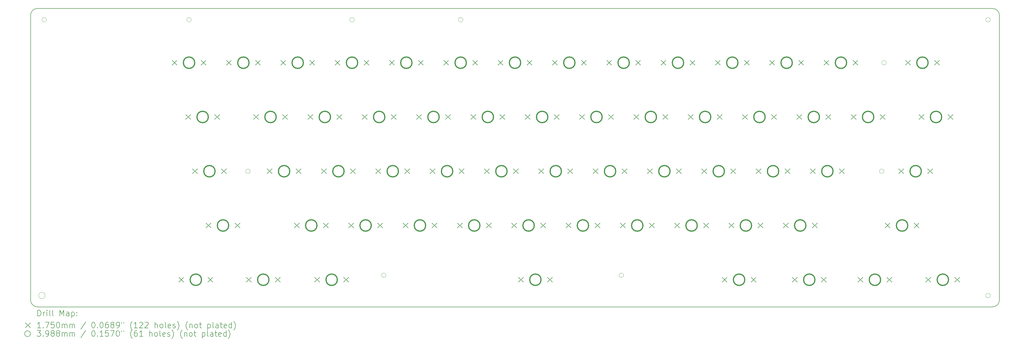
<source format=gbr>
%TF.GenerationSoftware,KiCad,Pcbnew,(6.0.9)*%
%TF.CreationDate,2023-03-10T16:35:44-06:00*%
%TF.ProjectId,BasePCB,42617365-5043-4422-9e6b-696361645f70,rev?*%
%TF.SameCoordinates,Original*%
%TF.FileFunction,Drillmap*%
%TF.FilePolarity,Positive*%
%FSLAX45Y45*%
G04 Gerber Fmt 4.5, Leading zero omitted, Abs format (unit mm)*
G04 Created by KiCad (PCBNEW (6.0.9)) date 2023-03-10 16:35:44*
%MOMM*%
%LPD*%
G01*
G04 APERTURE LIST*
%ADD10C,0.150000*%
%ADD11C,0.100000*%
%ADD12C,0.200000*%
%ADD13C,0.175000*%
%ADD14C,0.398780*%
G04 APERTURE END LIST*
D10*
X-15398750Y4524375D02*
X-15398750Y14525625D01*
D11*
X-2936875Y5397500D02*
G75*
G03*
X-2936875Y5397500I-79375J0D01*
G01*
D10*
X18335625Y4286250D02*
G75*
G03*
X18573750Y4524375I-5J238130D01*
G01*
X18573750Y14525625D02*
G75*
G03*
X18335625Y14763750I-238130J-5D01*
G01*
D11*
X-14843125Y14366875D02*
G75*
G03*
X-14843125Y14366875I-79375J0D01*
G01*
D10*
X18335625Y4286250D02*
X-15160625Y4286250D01*
X-15398750Y4524375D02*
G75*
G03*
X-15160625Y4286250I238125J0D01*
G01*
X18335625Y14763750D02*
X-15160625Y14763750D01*
D11*
X5397500Y5397500D02*
G75*
G03*
X5397500Y5397500I-79375J0D01*
G01*
X-4048125Y14366875D02*
G75*
G03*
X-4048125Y14366875I-79375J0D01*
G01*
X18256250Y4683125D02*
G75*
G03*
X18256250Y4683125I-79375J0D01*
G01*
X18176875Y4683125D02*
G75*
G03*
X18176875Y4683125I0J0D01*
G01*
X-9763125Y14366875D02*
G75*
G03*
X-9763125Y14366875I-79375J0D01*
G01*
X14525625Y9048750D02*
G75*
G03*
X14525625Y9048750I-79375J0D01*
G01*
D10*
X-15160625Y14763750D02*
G75*
G03*
X-15398750Y14525625I0J-238125D01*
G01*
X18573750Y4524375D02*
X18573750Y14525625D01*
D11*
X-238125Y14366875D02*
G75*
G03*
X-238125Y14366875I-79375J0D01*
G01*
X14605000Y12858750D02*
G75*
G03*
X14605000Y12858750I-79375J0D01*
G01*
X-14889622Y4683125D02*
G75*
G03*
X-14889622Y4683125I-112253J0D01*
G01*
X18256250Y14366875D02*
G75*
G03*
X18256250Y14366875I-79375J0D01*
G01*
X-7699375Y9048750D02*
G75*
G03*
X-7699375Y9048750I-79375J0D01*
G01*
D12*
D13*
X-10438000Y12946250D02*
X-10263000Y12771250D01*
X-10263000Y12946250D02*
X-10438000Y12771250D01*
X-10199875Y5326250D02*
X-10024875Y5151250D01*
X-10024875Y5326250D02*
X-10199875Y5151250D01*
X-9961750Y11041250D02*
X-9786750Y10866250D01*
X-9786750Y11041250D02*
X-9961750Y10866250D01*
X-9723625Y9136250D02*
X-9548625Y8961250D01*
X-9548625Y9136250D02*
X-9723625Y8961250D01*
X-9422000Y12946250D02*
X-9247000Y12771250D01*
X-9247000Y12946250D02*
X-9422000Y12771250D01*
X-9247375Y7231250D02*
X-9072375Y7056250D01*
X-9072375Y7231250D02*
X-9247375Y7056250D01*
X-9183875Y5326250D02*
X-9008875Y5151250D01*
X-9008875Y5326250D02*
X-9183875Y5151250D01*
X-8945750Y11041250D02*
X-8770750Y10866250D01*
X-8770750Y11041250D02*
X-8945750Y10866250D01*
X-8707625Y9136250D02*
X-8532625Y8961250D01*
X-8532625Y9136250D02*
X-8707625Y8961250D01*
X-8533000Y12946250D02*
X-8358000Y12771250D01*
X-8358000Y12946250D02*
X-8533000Y12771250D01*
X-8231375Y7231250D02*
X-8056375Y7056250D01*
X-8056375Y7231250D02*
X-8231375Y7056250D01*
X-7834500Y5326250D02*
X-7659500Y5151250D01*
X-7659500Y5326250D02*
X-7834500Y5151250D01*
X-7580500Y11041250D02*
X-7405500Y10866250D01*
X-7405500Y11041250D02*
X-7580500Y10866250D01*
X-7517000Y12946250D02*
X-7342000Y12771250D01*
X-7342000Y12946250D02*
X-7517000Y12771250D01*
X-7104250Y9136250D02*
X-6929250Y8961250D01*
X-6929250Y9136250D02*
X-7104250Y8961250D01*
X-6818500Y5326250D02*
X-6643500Y5151250D01*
X-6643500Y5326250D02*
X-6818500Y5151250D01*
X-6628000Y12946250D02*
X-6453000Y12771250D01*
X-6453000Y12946250D02*
X-6628000Y12771250D01*
X-6564500Y11041250D02*
X-6389500Y10866250D01*
X-6389500Y11041250D02*
X-6564500Y10866250D01*
X-6151750Y7231250D02*
X-5976750Y7056250D01*
X-5976750Y7231250D02*
X-6151750Y7056250D01*
X-6088250Y9136250D02*
X-5913250Y8961250D01*
X-5913250Y9136250D02*
X-6088250Y8961250D01*
X-5675500Y11041250D02*
X-5500500Y10866250D01*
X-5500500Y11041250D02*
X-5675500Y10866250D01*
X-5612000Y12946250D02*
X-5437000Y12771250D01*
X-5437000Y12946250D02*
X-5612000Y12771250D01*
X-5437375Y5326250D02*
X-5262375Y5151250D01*
X-5262375Y5326250D02*
X-5437375Y5151250D01*
X-5199250Y9136250D02*
X-5024250Y8961250D01*
X-5024250Y9136250D02*
X-5199250Y8961250D01*
X-5135750Y7231250D02*
X-4960750Y7056250D01*
X-4960750Y7231250D02*
X-5135750Y7056250D01*
X-4723000Y12946250D02*
X-4548000Y12771250D01*
X-4548000Y12946250D02*
X-4723000Y12771250D01*
X-4659500Y11041250D02*
X-4484500Y10866250D01*
X-4484500Y11041250D02*
X-4659500Y10866250D01*
X-4421375Y5326250D02*
X-4246375Y5151250D01*
X-4246375Y5326250D02*
X-4421375Y5151250D01*
X-4246750Y7231250D02*
X-4071750Y7056250D01*
X-4071750Y7231250D02*
X-4246750Y7056250D01*
X-4183250Y9136250D02*
X-4008250Y8961250D01*
X-4008250Y9136250D02*
X-4183250Y8961250D01*
X-3770500Y11041250D02*
X-3595500Y10866250D01*
X-3595500Y11041250D02*
X-3770500Y10866250D01*
X-3707000Y12946250D02*
X-3532000Y12771250D01*
X-3532000Y12946250D02*
X-3707000Y12771250D01*
X-3294250Y9136250D02*
X-3119250Y8961250D01*
X-3119250Y9136250D02*
X-3294250Y8961250D01*
X-3230750Y7231250D02*
X-3055750Y7056250D01*
X-3055750Y7231250D02*
X-3230750Y7056250D01*
X-2818000Y12946250D02*
X-2643000Y12771250D01*
X-2643000Y12946250D02*
X-2818000Y12771250D01*
X-2754500Y11041250D02*
X-2579500Y10866250D01*
X-2579500Y11041250D02*
X-2754500Y10866250D01*
X-2341750Y7231250D02*
X-2166750Y7056250D01*
X-2166750Y7231250D02*
X-2341750Y7056250D01*
X-2278250Y9136250D02*
X-2103250Y8961250D01*
X-2103250Y9136250D02*
X-2278250Y8961250D01*
X-1865500Y11041250D02*
X-1690500Y10866250D01*
X-1690500Y11041250D02*
X-1865500Y10866250D01*
X-1802000Y12946250D02*
X-1627000Y12771250D01*
X-1627000Y12946250D02*
X-1802000Y12771250D01*
X-1389250Y9136250D02*
X-1214250Y8961250D01*
X-1214250Y9136250D02*
X-1389250Y8961250D01*
X-1325750Y7231250D02*
X-1150750Y7056250D01*
X-1150750Y7231250D02*
X-1325750Y7056250D01*
X-913000Y12946250D02*
X-738000Y12771250D01*
X-738000Y12946250D02*
X-913000Y12771250D01*
X-849500Y11041250D02*
X-674500Y10866250D01*
X-674500Y11041250D02*
X-849500Y10866250D01*
X-436750Y7231250D02*
X-261750Y7056250D01*
X-261750Y7231250D02*
X-436750Y7056250D01*
X-373250Y9136250D02*
X-198250Y8961250D01*
X-198250Y9136250D02*
X-373250Y8961250D01*
X39500Y11041250D02*
X214500Y10866250D01*
X214500Y11041250D02*
X39500Y10866250D01*
X103000Y12946250D02*
X278000Y12771250D01*
X278000Y12946250D02*
X103000Y12771250D01*
X515750Y9136250D02*
X690750Y8961250D01*
X690750Y9136250D02*
X515750Y8961250D01*
X579250Y7231250D02*
X754250Y7056250D01*
X754250Y7231250D02*
X579250Y7056250D01*
X992000Y12946250D02*
X1167000Y12771250D01*
X1167000Y12946250D02*
X992000Y12771250D01*
X1055500Y11041250D02*
X1230500Y10866250D01*
X1230500Y11041250D02*
X1055500Y10866250D01*
X1468250Y7231250D02*
X1643250Y7056250D01*
X1643250Y7231250D02*
X1468250Y7056250D01*
X1531750Y9136250D02*
X1706750Y8961250D01*
X1706750Y9136250D02*
X1531750Y8961250D01*
X1706375Y5326250D02*
X1881375Y5151250D01*
X1881375Y5326250D02*
X1706375Y5151250D01*
X1944500Y11041250D02*
X2119500Y10866250D01*
X2119500Y11041250D02*
X1944500Y10866250D01*
X2008000Y12946250D02*
X2183000Y12771250D01*
X2183000Y12946250D02*
X2008000Y12771250D01*
X2420750Y9136250D02*
X2595750Y8961250D01*
X2595750Y9136250D02*
X2420750Y8961250D01*
X2484250Y7231250D02*
X2659250Y7056250D01*
X2659250Y7231250D02*
X2484250Y7056250D01*
X2722375Y5326250D02*
X2897375Y5151250D01*
X2897375Y5326250D02*
X2722375Y5151250D01*
X2897000Y12946250D02*
X3072000Y12771250D01*
X3072000Y12946250D02*
X2897000Y12771250D01*
X2960500Y11041250D02*
X3135500Y10866250D01*
X3135500Y11041250D02*
X2960500Y10866250D01*
X3373250Y7231250D02*
X3548250Y7056250D01*
X3548250Y7231250D02*
X3373250Y7056250D01*
X3436750Y9136250D02*
X3611750Y8961250D01*
X3611750Y9136250D02*
X3436750Y8961250D01*
X3849500Y11041250D02*
X4024500Y10866250D01*
X4024500Y11041250D02*
X3849500Y10866250D01*
X3913000Y12946250D02*
X4088000Y12771250D01*
X4088000Y12946250D02*
X3913000Y12771250D01*
X4325750Y9136250D02*
X4500750Y8961250D01*
X4500750Y9136250D02*
X4325750Y8961250D01*
X4389250Y7231250D02*
X4564250Y7056250D01*
X4564250Y7231250D02*
X4389250Y7056250D01*
X4802000Y12946250D02*
X4977000Y12771250D01*
X4977000Y12946250D02*
X4802000Y12771250D01*
X4865500Y11041250D02*
X5040500Y10866250D01*
X5040500Y11041250D02*
X4865500Y10866250D01*
X5278250Y7231250D02*
X5453250Y7056250D01*
X5453250Y7231250D02*
X5278250Y7056250D01*
X5341750Y9136250D02*
X5516750Y8961250D01*
X5516750Y9136250D02*
X5341750Y8961250D01*
X5754500Y11041250D02*
X5929500Y10866250D01*
X5929500Y11041250D02*
X5754500Y10866250D01*
X5818000Y12946250D02*
X5993000Y12771250D01*
X5993000Y12946250D02*
X5818000Y12771250D01*
X6230750Y9136250D02*
X6405750Y8961250D01*
X6405750Y9136250D02*
X6230750Y8961250D01*
X6294250Y7231250D02*
X6469250Y7056250D01*
X6469250Y7231250D02*
X6294250Y7056250D01*
X6707000Y12946250D02*
X6882000Y12771250D01*
X6882000Y12946250D02*
X6707000Y12771250D01*
X6770500Y11041250D02*
X6945500Y10866250D01*
X6945500Y11041250D02*
X6770500Y10866250D01*
X7183250Y7231250D02*
X7358250Y7056250D01*
X7358250Y7231250D02*
X7183250Y7056250D01*
X7246750Y9136250D02*
X7421750Y8961250D01*
X7421750Y9136250D02*
X7246750Y8961250D01*
X7659500Y11041250D02*
X7834500Y10866250D01*
X7834500Y11041250D02*
X7659500Y10866250D01*
X7723000Y12946250D02*
X7898000Y12771250D01*
X7898000Y12946250D02*
X7723000Y12771250D01*
X8135750Y9136250D02*
X8310750Y8961250D01*
X8310750Y9136250D02*
X8135750Y8961250D01*
X8199250Y7231250D02*
X8374250Y7056250D01*
X8374250Y7231250D02*
X8199250Y7056250D01*
X8612000Y12946250D02*
X8787000Y12771250D01*
X8787000Y12946250D02*
X8612000Y12771250D01*
X8675500Y11041250D02*
X8850500Y10866250D01*
X8850500Y11041250D02*
X8675500Y10866250D01*
X8850125Y5326250D02*
X9025125Y5151250D01*
X9025125Y5326250D02*
X8850125Y5151250D01*
X9088250Y7231250D02*
X9263250Y7056250D01*
X9263250Y7231250D02*
X9088250Y7056250D01*
X9151750Y9136250D02*
X9326750Y8961250D01*
X9326750Y9136250D02*
X9151750Y8961250D01*
X9564500Y11041250D02*
X9739500Y10866250D01*
X9739500Y11041250D02*
X9564500Y10866250D01*
X9628000Y12946250D02*
X9803000Y12771250D01*
X9803000Y12946250D02*
X9628000Y12771250D01*
X9866125Y5326250D02*
X10041125Y5151250D01*
X10041125Y5326250D02*
X9866125Y5151250D01*
X10040750Y9136250D02*
X10215750Y8961250D01*
X10215750Y9136250D02*
X10040750Y8961250D01*
X10104250Y7231250D02*
X10279250Y7056250D01*
X10279250Y7231250D02*
X10104250Y7056250D01*
X10517000Y12946250D02*
X10692000Y12771250D01*
X10692000Y12946250D02*
X10517000Y12771250D01*
X10580500Y11041250D02*
X10755500Y10866250D01*
X10755500Y11041250D02*
X10580500Y10866250D01*
X10993250Y7231250D02*
X11168250Y7056250D01*
X11168250Y7231250D02*
X10993250Y7056250D01*
X11056750Y9136250D02*
X11231750Y8961250D01*
X11231750Y9136250D02*
X11056750Y8961250D01*
X11310750Y5326250D02*
X11485750Y5151250D01*
X11485750Y5326250D02*
X11310750Y5151250D01*
X11469500Y11041250D02*
X11644500Y10866250D01*
X11644500Y11041250D02*
X11469500Y10866250D01*
X11533000Y12946250D02*
X11708000Y12771250D01*
X11708000Y12946250D02*
X11533000Y12771250D01*
X11945750Y9136250D02*
X12120750Y8961250D01*
X12120750Y9136250D02*
X11945750Y8961250D01*
X12009250Y7231250D02*
X12184250Y7056250D01*
X12184250Y7231250D02*
X12009250Y7056250D01*
X12326750Y5326250D02*
X12501750Y5151250D01*
X12501750Y5326250D02*
X12326750Y5151250D01*
X12422000Y12946250D02*
X12597000Y12771250D01*
X12597000Y12946250D02*
X12422000Y12771250D01*
X12485500Y11041250D02*
X12660500Y10866250D01*
X12660500Y11041250D02*
X12485500Y10866250D01*
X12961750Y9136250D02*
X13136750Y8961250D01*
X13136750Y9136250D02*
X12961750Y8961250D01*
X13374500Y11041250D02*
X13549500Y10866250D01*
X13549500Y11041250D02*
X13374500Y10866250D01*
X13438000Y12946250D02*
X13613000Y12771250D01*
X13613000Y12946250D02*
X13438000Y12771250D01*
X13612625Y5326250D02*
X13787625Y5151250D01*
X13787625Y5326250D02*
X13612625Y5151250D01*
X14390500Y11041250D02*
X14565500Y10866250D01*
X14565500Y11041250D02*
X14390500Y10866250D01*
X14565125Y7231250D02*
X14740125Y7056250D01*
X14740125Y7231250D02*
X14565125Y7056250D01*
X14628625Y5326250D02*
X14803625Y5151250D01*
X14803625Y5326250D02*
X14628625Y5151250D01*
X15041375Y9136250D02*
X15216375Y8961250D01*
X15216375Y9136250D02*
X15041375Y8961250D01*
X15279500Y12946250D02*
X15454500Y12771250D01*
X15454500Y12946250D02*
X15279500Y12771250D01*
X15581125Y7231250D02*
X15756125Y7056250D01*
X15756125Y7231250D02*
X15581125Y7056250D01*
X15755750Y11041250D02*
X15930750Y10866250D01*
X15930750Y11041250D02*
X15755750Y10866250D01*
X15993875Y5326250D02*
X16168875Y5151250D01*
X16168875Y5326250D02*
X15993875Y5151250D01*
X16057375Y9136250D02*
X16232375Y8961250D01*
X16232375Y9136250D02*
X16057375Y8961250D01*
X16295500Y12946250D02*
X16470500Y12771250D01*
X16470500Y12946250D02*
X16295500Y12771250D01*
X16771750Y11041250D02*
X16946750Y10866250D01*
X16946750Y11041250D02*
X16771750Y10866250D01*
X17009875Y5326250D02*
X17184875Y5151250D01*
X17184875Y5326250D02*
X17009875Y5151250D01*
D14*
X-9643110Y12858750D02*
G75*
G03*
X-9643110Y12858750I-199390J0D01*
G01*
X-9404985Y5238750D02*
G75*
G03*
X-9404985Y5238750I-199390J0D01*
G01*
X-9166860Y10953750D02*
G75*
G03*
X-9166860Y10953750I-199390J0D01*
G01*
X-8928735Y9048750D02*
G75*
G03*
X-8928735Y9048750I-199390J0D01*
G01*
X-8452485Y7143750D02*
G75*
G03*
X-8452485Y7143750I-199390J0D01*
G01*
X-7738110Y12858750D02*
G75*
G03*
X-7738110Y12858750I-199390J0D01*
G01*
X-7039610Y5238750D02*
G75*
G03*
X-7039610Y5238750I-199390J0D01*
G01*
X-6785610Y10953750D02*
G75*
G03*
X-6785610Y10953750I-199390J0D01*
G01*
X-6309360Y9048750D02*
G75*
G03*
X-6309360Y9048750I-199390J0D01*
G01*
X-5833110Y12858750D02*
G75*
G03*
X-5833110Y12858750I-199390J0D01*
G01*
X-5356860Y7143750D02*
G75*
G03*
X-5356860Y7143750I-199390J0D01*
G01*
X-4880610Y10953750D02*
G75*
G03*
X-4880610Y10953750I-199390J0D01*
G01*
X-4642485Y5238750D02*
G75*
G03*
X-4642485Y5238750I-199390J0D01*
G01*
X-4404360Y9048750D02*
G75*
G03*
X-4404360Y9048750I-199390J0D01*
G01*
X-3928110Y12858750D02*
G75*
G03*
X-3928110Y12858750I-199390J0D01*
G01*
X-3451860Y7143750D02*
G75*
G03*
X-3451860Y7143750I-199390J0D01*
G01*
X-2975610Y10953750D02*
G75*
G03*
X-2975610Y10953750I-199390J0D01*
G01*
X-2499360Y9048750D02*
G75*
G03*
X-2499360Y9048750I-199390J0D01*
G01*
X-2023110Y12858750D02*
G75*
G03*
X-2023110Y12858750I-199390J0D01*
G01*
X-1546860Y7143750D02*
G75*
G03*
X-1546860Y7143750I-199390J0D01*
G01*
X-1070610Y10953750D02*
G75*
G03*
X-1070610Y10953750I-199390J0D01*
G01*
X-594360Y9048750D02*
G75*
G03*
X-594360Y9048750I-199390J0D01*
G01*
X-118110Y12858750D02*
G75*
G03*
X-118110Y12858750I-199390J0D01*
G01*
X358140Y7143750D02*
G75*
G03*
X358140Y7143750I-199390J0D01*
G01*
X834390Y10953750D02*
G75*
G03*
X834390Y10953750I-199390J0D01*
G01*
X1310640Y9048750D02*
G75*
G03*
X1310640Y9048750I-199390J0D01*
G01*
X1786890Y12858750D02*
G75*
G03*
X1786890Y12858750I-199390J0D01*
G01*
X2263140Y7143750D02*
G75*
G03*
X2263140Y7143750I-199390J0D01*
G01*
X2501265Y5238750D02*
G75*
G03*
X2501265Y5238750I-199390J0D01*
G01*
X2739390Y10953750D02*
G75*
G03*
X2739390Y10953750I-199390J0D01*
G01*
X3215640Y9048750D02*
G75*
G03*
X3215640Y9048750I-199390J0D01*
G01*
X3691890Y12858750D02*
G75*
G03*
X3691890Y12858750I-199390J0D01*
G01*
X4168140Y7143750D02*
G75*
G03*
X4168140Y7143750I-199390J0D01*
G01*
X4644390Y10953750D02*
G75*
G03*
X4644390Y10953750I-199390J0D01*
G01*
X5120640Y9048750D02*
G75*
G03*
X5120640Y9048750I-199390J0D01*
G01*
X5596890Y12858750D02*
G75*
G03*
X5596890Y12858750I-199390J0D01*
G01*
X6073140Y7143750D02*
G75*
G03*
X6073140Y7143750I-199390J0D01*
G01*
X6549390Y10953750D02*
G75*
G03*
X6549390Y10953750I-199390J0D01*
G01*
X7025640Y9048750D02*
G75*
G03*
X7025640Y9048750I-199390J0D01*
G01*
X7501890Y12858750D02*
G75*
G03*
X7501890Y12858750I-199390J0D01*
G01*
X7978140Y7143750D02*
G75*
G03*
X7978140Y7143750I-199390J0D01*
G01*
X8454390Y10953750D02*
G75*
G03*
X8454390Y10953750I-199390J0D01*
G01*
X8930640Y9048750D02*
G75*
G03*
X8930640Y9048750I-199390J0D01*
G01*
X9406890Y12858750D02*
G75*
G03*
X9406890Y12858750I-199390J0D01*
G01*
X9645015Y5238750D02*
G75*
G03*
X9645015Y5238750I-199390J0D01*
G01*
X9883140Y7143750D02*
G75*
G03*
X9883140Y7143750I-199390J0D01*
G01*
X10359390Y10953750D02*
G75*
G03*
X10359390Y10953750I-199390J0D01*
G01*
X10835640Y9048750D02*
G75*
G03*
X10835640Y9048750I-199390J0D01*
G01*
X11311890Y12858750D02*
G75*
G03*
X11311890Y12858750I-199390J0D01*
G01*
X11788140Y7143750D02*
G75*
G03*
X11788140Y7143750I-199390J0D01*
G01*
X12105640Y5238750D02*
G75*
G03*
X12105640Y5238750I-199390J0D01*
G01*
X12264390Y10953750D02*
G75*
G03*
X12264390Y10953750I-199390J0D01*
G01*
X12740640Y9048750D02*
G75*
G03*
X12740640Y9048750I-199390J0D01*
G01*
X13216890Y12858750D02*
G75*
G03*
X13216890Y12858750I-199390J0D01*
G01*
X14169390Y10953750D02*
G75*
G03*
X14169390Y10953750I-199390J0D01*
G01*
X14407515Y5238750D02*
G75*
G03*
X14407515Y5238750I-199390J0D01*
G01*
X15360015Y7143750D02*
G75*
G03*
X15360015Y7143750I-199390J0D01*
G01*
X15836265Y9048750D02*
G75*
G03*
X15836265Y9048750I-199390J0D01*
G01*
X16074390Y12858750D02*
G75*
G03*
X16074390Y12858750I-199390J0D01*
G01*
X16550640Y10953750D02*
G75*
G03*
X16550640Y10953750I-199390J0D01*
G01*
X16788765Y5238750D02*
G75*
G03*
X16788765Y5238750I-199390J0D01*
G01*
D12*
X-15148631Y3968274D02*
X-15148631Y4168274D01*
X-15101012Y4168274D01*
X-15072440Y4158750D01*
X-15053393Y4139702D01*
X-15043869Y4120655D01*
X-15034345Y4082559D01*
X-15034345Y4053988D01*
X-15043869Y4015893D01*
X-15053393Y3996845D01*
X-15072440Y3977798D01*
X-15101012Y3968274D01*
X-15148631Y3968274D01*
X-14948631Y3968274D02*
X-14948631Y4101607D01*
X-14948631Y4063512D02*
X-14939107Y4082559D01*
X-14929583Y4092083D01*
X-14910536Y4101607D01*
X-14891488Y4101607D01*
X-14824821Y3968274D02*
X-14824821Y4101607D01*
X-14824821Y4168274D02*
X-14834345Y4158750D01*
X-14824821Y4149226D01*
X-14815298Y4158750D01*
X-14824821Y4168274D01*
X-14824821Y4149226D01*
X-14701012Y3968274D02*
X-14720059Y3977798D01*
X-14729583Y3996845D01*
X-14729583Y4168274D01*
X-14596250Y3968274D02*
X-14615298Y3977798D01*
X-14624821Y3996845D01*
X-14624821Y4168274D01*
X-14367678Y3968274D02*
X-14367678Y4168274D01*
X-14301012Y4025417D01*
X-14234345Y4168274D01*
X-14234345Y3968274D01*
X-14053393Y3968274D02*
X-14053393Y4073036D01*
X-14062917Y4092083D01*
X-14081964Y4101607D01*
X-14120059Y4101607D01*
X-14139107Y4092083D01*
X-14053393Y3977798D02*
X-14072440Y3968274D01*
X-14120059Y3968274D01*
X-14139107Y3977798D01*
X-14148631Y3996845D01*
X-14148631Y4015893D01*
X-14139107Y4034940D01*
X-14120059Y4044464D01*
X-14072440Y4044464D01*
X-14053393Y4053988D01*
X-13958155Y4101607D02*
X-13958155Y3901607D01*
X-13958155Y4092083D02*
X-13939107Y4101607D01*
X-13901012Y4101607D01*
X-13881964Y4092083D01*
X-13872440Y4082559D01*
X-13862917Y4063512D01*
X-13862917Y4006369D01*
X-13872440Y3987321D01*
X-13881964Y3977798D01*
X-13901012Y3968274D01*
X-13939107Y3968274D01*
X-13958155Y3977798D01*
X-13777202Y3987321D02*
X-13767678Y3977798D01*
X-13777202Y3968274D01*
X-13786726Y3977798D01*
X-13777202Y3987321D01*
X-13777202Y3968274D01*
X-13777202Y4092083D02*
X-13767678Y4082559D01*
X-13777202Y4073036D01*
X-13786726Y4082559D01*
X-13777202Y4092083D01*
X-13777202Y4073036D01*
D13*
X-15581250Y3726250D02*
X-15406250Y3551250D01*
X-15406250Y3726250D02*
X-15581250Y3551250D01*
D12*
X-15043869Y3548274D02*
X-15158155Y3548274D01*
X-15101012Y3548274D02*
X-15101012Y3748274D01*
X-15120059Y3719702D01*
X-15139107Y3700655D01*
X-15158155Y3691131D01*
X-14958155Y3567321D02*
X-14948631Y3557798D01*
X-14958155Y3548274D01*
X-14967678Y3557798D01*
X-14958155Y3567321D01*
X-14958155Y3548274D01*
X-14881964Y3748274D02*
X-14748631Y3748274D01*
X-14834345Y3548274D01*
X-14577202Y3748274D02*
X-14672440Y3748274D01*
X-14681964Y3653036D01*
X-14672440Y3662559D01*
X-14653393Y3672083D01*
X-14605774Y3672083D01*
X-14586726Y3662559D01*
X-14577202Y3653036D01*
X-14567678Y3633988D01*
X-14567678Y3586369D01*
X-14577202Y3567321D01*
X-14586726Y3557798D01*
X-14605774Y3548274D01*
X-14653393Y3548274D01*
X-14672440Y3557798D01*
X-14681964Y3567321D01*
X-14443869Y3748274D02*
X-14424821Y3748274D01*
X-14405774Y3738750D01*
X-14396250Y3729226D01*
X-14386726Y3710178D01*
X-14377202Y3672083D01*
X-14377202Y3624464D01*
X-14386726Y3586369D01*
X-14396250Y3567321D01*
X-14405774Y3557798D01*
X-14424821Y3548274D01*
X-14443869Y3548274D01*
X-14462917Y3557798D01*
X-14472440Y3567321D01*
X-14481964Y3586369D01*
X-14491488Y3624464D01*
X-14491488Y3672083D01*
X-14481964Y3710178D01*
X-14472440Y3729226D01*
X-14462917Y3738750D01*
X-14443869Y3748274D01*
X-14291488Y3548274D02*
X-14291488Y3681607D01*
X-14291488Y3662559D02*
X-14281964Y3672083D01*
X-14262917Y3681607D01*
X-14234345Y3681607D01*
X-14215298Y3672083D01*
X-14205774Y3653036D01*
X-14205774Y3548274D01*
X-14205774Y3653036D02*
X-14196250Y3672083D01*
X-14177202Y3681607D01*
X-14148631Y3681607D01*
X-14129583Y3672083D01*
X-14120059Y3653036D01*
X-14120059Y3548274D01*
X-14024821Y3548274D02*
X-14024821Y3681607D01*
X-14024821Y3662559D02*
X-14015298Y3672083D01*
X-13996250Y3681607D01*
X-13967678Y3681607D01*
X-13948631Y3672083D01*
X-13939107Y3653036D01*
X-13939107Y3548274D01*
X-13939107Y3653036D02*
X-13929583Y3672083D01*
X-13910536Y3681607D01*
X-13881964Y3681607D01*
X-13862917Y3672083D01*
X-13853393Y3653036D01*
X-13853393Y3548274D01*
X-13462917Y3757798D02*
X-13634345Y3500655D01*
X-13205774Y3748274D02*
X-13186726Y3748274D01*
X-13167678Y3738750D01*
X-13158155Y3729226D01*
X-13148631Y3710178D01*
X-13139107Y3672083D01*
X-13139107Y3624464D01*
X-13148631Y3586369D01*
X-13158155Y3567321D01*
X-13167678Y3557798D01*
X-13186726Y3548274D01*
X-13205774Y3548274D01*
X-13224821Y3557798D01*
X-13234345Y3567321D01*
X-13243869Y3586369D01*
X-13253393Y3624464D01*
X-13253393Y3672083D01*
X-13243869Y3710178D01*
X-13234345Y3729226D01*
X-13224821Y3738750D01*
X-13205774Y3748274D01*
X-13053393Y3567321D02*
X-13043869Y3557798D01*
X-13053393Y3548274D01*
X-13062917Y3557798D01*
X-13053393Y3567321D01*
X-13053393Y3548274D01*
X-12920059Y3748274D02*
X-12901012Y3748274D01*
X-12881964Y3738750D01*
X-12872440Y3729226D01*
X-12862917Y3710178D01*
X-12853393Y3672083D01*
X-12853393Y3624464D01*
X-12862917Y3586369D01*
X-12872440Y3567321D01*
X-12881964Y3557798D01*
X-12901012Y3548274D01*
X-12920059Y3548274D01*
X-12939107Y3557798D01*
X-12948631Y3567321D01*
X-12958155Y3586369D01*
X-12967678Y3624464D01*
X-12967678Y3672083D01*
X-12958155Y3710178D01*
X-12948631Y3729226D01*
X-12939107Y3738750D01*
X-12920059Y3748274D01*
X-12681964Y3748274D02*
X-12720059Y3748274D01*
X-12739107Y3738750D01*
X-12748631Y3729226D01*
X-12767678Y3700655D01*
X-12777202Y3662559D01*
X-12777202Y3586369D01*
X-12767678Y3567321D01*
X-12758155Y3557798D01*
X-12739107Y3548274D01*
X-12701012Y3548274D01*
X-12681964Y3557798D01*
X-12672440Y3567321D01*
X-12662917Y3586369D01*
X-12662917Y3633988D01*
X-12672440Y3653036D01*
X-12681964Y3662559D01*
X-12701012Y3672083D01*
X-12739107Y3672083D01*
X-12758155Y3662559D01*
X-12767678Y3653036D01*
X-12777202Y3633988D01*
X-12548631Y3662559D02*
X-12567678Y3672083D01*
X-12577202Y3681607D01*
X-12586726Y3700655D01*
X-12586726Y3710178D01*
X-12577202Y3729226D01*
X-12567678Y3738750D01*
X-12548631Y3748274D01*
X-12510536Y3748274D01*
X-12491488Y3738750D01*
X-12481964Y3729226D01*
X-12472440Y3710178D01*
X-12472440Y3700655D01*
X-12481964Y3681607D01*
X-12491488Y3672083D01*
X-12510536Y3662559D01*
X-12548631Y3662559D01*
X-12567678Y3653036D01*
X-12577202Y3643512D01*
X-12586726Y3624464D01*
X-12586726Y3586369D01*
X-12577202Y3567321D01*
X-12567678Y3557798D01*
X-12548631Y3548274D01*
X-12510536Y3548274D01*
X-12491488Y3557798D01*
X-12481964Y3567321D01*
X-12472440Y3586369D01*
X-12472440Y3624464D01*
X-12481964Y3643512D01*
X-12491488Y3653036D01*
X-12510536Y3662559D01*
X-12377202Y3548274D02*
X-12339107Y3548274D01*
X-12320059Y3557798D01*
X-12310536Y3567321D01*
X-12291488Y3595893D01*
X-12281964Y3633988D01*
X-12281964Y3710178D01*
X-12291488Y3729226D01*
X-12301012Y3738750D01*
X-12320059Y3748274D01*
X-12358155Y3748274D01*
X-12377202Y3738750D01*
X-12386726Y3729226D01*
X-12396250Y3710178D01*
X-12396250Y3662559D01*
X-12386726Y3643512D01*
X-12377202Y3633988D01*
X-12358155Y3624464D01*
X-12320059Y3624464D01*
X-12301012Y3633988D01*
X-12291488Y3643512D01*
X-12281964Y3662559D01*
X-12205774Y3748274D02*
X-12205774Y3710178D01*
X-12129583Y3748274D02*
X-12129583Y3710178D01*
X-11834345Y3472083D02*
X-11843869Y3481607D01*
X-11862917Y3510178D01*
X-11872440Y3529226D01*
X-11881964Y3557798D01*
X-11891488Y3605417D01*
X-11891488Y3643512D01*
X-11881964Y3691131D01*
X-11872440Y3719702D01*
X-11862917Y3738750D01*
X-11843869Y3767321D01*
X-11834345Y3776845D01*
X-11653393Y3548274D02*
X-11767678Y3548274D01*
X-11710536Y3548274D02*
X-11710536Y3748274D01*
X-11729583Y3719702D01*
X-11748631Y3700655D01*
X-11767678Y3691131D01*
X-11577202Y3729226D02*
X-11567678Y3738750D01*
X-11548631Y3748274D01*
X-11501012Y3748274D01*
X-11481964Y3738750D01*
X-11472440Y3729226D01*
X-11462917Y3710178D01*
X-11462917Y3691131D01*
X-11472440Y3662559D01*
X-11586726Y3548274D01*
X-11462917Y3548274D01*
X-11386726Y3729226D02*
X-11377202Y3738750D01*
X-11358155Y3748274D01*
X-11310536Y3748274D01*
X-11291488Y3738750D01*
X-11281964Y3729226D01*
X-11272440Y3710178D01*
X-11272440Y3691131D01*
X-11281964Y3662559D01*
X-11396250Y3548274D01*
X-11272440Y3548274D01*
X-11034345Y3548274D02*
X-11034345Y3748274D01*
X-10948631Y3548274D02*
X-10948631Y3653036D01*
X-10958155Y3672083D01*
X-10977202Y3681607D01*
X-11005774Y3681607D01*
X-11024821Y3672083D01*
X-11034345Y3662559D01*
X-10824821Y3548274D02*
X-10843869Y3557798D01*
X-10853393Y3567321D01*
X-10862917Y3586369D01*
X-10862917Y3643512D01*
X-10853393Y3662559D01*
X-10843869Y3672083D01*
X-10824821Y3681607D01*
X-10796250Y3681607D01*
X-10777202Y3672083D01*
X-10767679Y3662559D01*
X-10758155Y3643512D01*
X-10758155Y3586369D01*
X-10767679Y3567321D01*
X-10777202Y3557798D01*
X-10796250Y3548274D01*
X-10824821Y3548274D01*
X-10643869Y3548274D02*
X-10662917Y3557798D01*
X-10672440Y3576845D01*
X-10672440Y3748274D01*
X-10491488Y3557798D02*
X-10510536Y3548274D01*
X-10548631Y3548274D01*
X-10567679Y3557798D01*
X-10577202Y3576845D01*
X-10577202Y3653036D01*
X-10567679Y3672083D01*
X-10548631Y3681607D01*
X-10510536Y3681607D01*
X-10491488Y3672083D01*
X-10481964Y3653036D01*
X-10481964Y3633988D01*
X-10577202Y3614940D01*
X-10405774Y3557798D02*
X-10386726Y3548274D01*
X-10348631Y3548274D01*
X-10329583Y3557798D01*
X-10320060Y3576845D01*
X-10320060Y3586369D01*
X-10329583Y3605417D01*
X-10348631Y3614940D01*
X-10377202Y3614940D01*
X-10396250Y3624464D01*
X-10405774Y3643512D01*
X-10405774Y3653036D01*
X-10396250Y3672083D01*
X-10377202Y3681607D01*
X-10348631Y3681607D01*
X-10329583Y3672083D01*
X-10253393Y3472083D02*
X-10243869Y3481607D01*
X-10224821Y3510178D01*
X-10215298Y3529226D01*
X-10205774Y3557798D01*
X-10196250Y3605417D01*
X-10196250Y3643512D01*
X-10205774Y3691131D01*
X-10215298Y3719702D01*
X-10224821Y3738750D01*
X-10243869Y3767321D01*
X-10253393Y3776845D01*
X-9891488Y3472083D02*
X-9901012Y3481607D01*
X-9920060Y3510178D01*
X-9929583Y3529226D01*
X-9939107Y3557798D01*
X-9948631Y3605417D01*
X-9948631Y3643512D01*
X-9939107Y3691131D01*
X-9929583Y3719702D01*
X-9920060Y3738750D01*
X-9901012Y3767321D01*
X-9891488Y3776845D01*
X-9815298Y3681607D02*
X-9815298Y3548274D01*
X-9815298Y3662559D02*
X-9805774Y3672083D01*
X-9786726Y3681607D01*
X-9758155Y3681607D01*
X-9739107Y3672083D01*
X-9729583Y3653036D01*
X-9729583Y3548274D01*
X-9605774Y3548274D02*
X-9624821Y3557798D01*
X-9634345Y3567321D01*
X-9643869Y3586369D01*
X-9643869Y3643512D01*
X-9634345Y3662559D01*
X-9624821Y3672083D01*
X-9605774Y3681607D01*
X-9577202Y3681607D01*
X-9558155Y3672083D01*
X-9548631Y3662559D01*
X-9539107Y3643512D01*
X-9539107Y3586369D01*
X-9548631Y3567321D01*
X-9558155Y3557798D01*
X-9577202Y3548274D01*
X-9605774Y3548274D01*
X-9481964Y3681607D02*
X-9405774Y3681607D01*
X-9453393Y3748274D02*
X-9453393Y3576845D01*
X-9443869Y3557798D01*
X-9424821Y3548274D01*
X-9405774Y3548274D01*
X-9186726Y3681607D02*
X-9186726Y3481607D01*
X-9186726Y3672083D02*
X-9167679Y3681607D01*
X-9129583Y3681607D01*
X-9110536Y3672083D01*
X-9101012Y3662559D01*
X-9091488Y3643512D01*
X-9091488Y3586369D01*
X-9101012Y3567321D01*
X-9110536Y3557798D01*
X-9129583Y3548274D01*
X-9167679Y3548274D01*
X-9186726Y3557798D01*
X-8977202Y3548274D02*
X-8996250Y3557798D01*
X-9005774Y3576845D01*
X-9005774Y3748274D01*
X-8815298Y3548274D02*
X-8815298Y3653036D01*
X-8824821Y3672083D01*
X-8843869Y3681607D01*
X-8881964Y3681607D01*
X-8901012Y3672083D01*
X-8815298Y3557798D02*
X-8834345Y3548274D01*
X-8881964Y3548274D01*
X-8901012Y3557798D01*
X-8910536Y3576845D01*
X-8910536Y3595893D01*
X-8901012Y3614940D01*
X-8881964Y3624464D01*
X-8834345Y3624464D01*
X-8815298Y3633988D01*
X-8748631Y3681607D02*
X-8672440Y3681607D01*
X-8720060Y3748274D02*
X-8720060Y3576845D01*
X-8710536Y3557798D01*
X-8691488Y3548274D01*
X-8672440Y3548274D01*
X-8529583Y3557798D02*
X-8548631Y3548274D01*
X-8586726Y3548274D01*
X-8605774Y3557798D01*
X-8615298Y3576845D01*
X-8615298Y3653036D01*
X-8605774Y3672083D01*
X-8586726Y3681607D01*
X-8548631Y3681607D01*
X-8529583Y3672083D01*
X-8520060Y3653036D01*
X-8520060Y3633988D01*
X-8615298Y3614940D01*
X-8348631Y3548274D02*
X-8348631Y3748274D01*
X-8348631Y3557798D02*
X-8367678Y3548274D01*
X-8405774Y3548274D01*
X-8424821Y3557798D01*
X-8434345Y3567321D01*
X-8443869Y3586369D01*
X-8443869Y3643512D01*
X-8434345Y3662559D01*
X-8424821Y3672083D01*
X-8405774Y3681607D01*
X-8367678Y3681607D01*
X-8348631Y3672083D01*
X-8272440Y3472083D02*
X-8262917Y3481607D01*
X-8243869Y3510178D01*
X-8234345Y3529226D01*
X-8224821Y3557798D01*
X-8215298Y3605417D01*
X-8215298Y3643512D01*
X-8224821Y3691131D01*
X-8234345Y3719702D01*
X-8243869Y3738750D01*
X-8262917Y3767321D01*
X-8272440Y3776845D01*
X-15406250Y3343750D02*
G75*
G03*
X-15406250Y3343750I-100000J0D01*
G01*
X-15167678Y3453274D02*
X-15043869Y3453274D01*
X-15110536Y3377083D01*
X-15081964Y3377083D01*
X-15062917Y3367559D01*
X-15053393Y3358036D01*
X-15043869Y3338988D01*
X-15043869Y3291369D01*
X-15053393Y3272321D01*
X-15062917Y3262798D01*
X-15081964Y3253274D01*
X-15139107Y3253274D01*
X-15158155Y3262798D01*
X-15167678Y3272321D01*
X-14958155Y3272321D02*
X-14948631Y3262798D01*
X-14958155Y3253274D01*
X-14967678Y3262798D01*
X-14958155Y3272321D01*
X-14958155Y3253274D01*
X-14853393Y3253274D02*
X-14815298Y3253274D01*
X-14796250Y3262798D01*
X-14786726Y3272321D01*
X-14767678Y3300893D01*
X-14758155Y3338988D01*
X-14758155Y3415178D01*
X-14767678Y3434226D01*
X-14777202Y3443750D01*
X-14796250Y3453274D01*
X-14834345Y3453274D01*
X-14853393Y3443750D01*
X-14862917Y3434226D01*
X-14872440Y3415178D01*
X-14872440Y3367559D01*
X-14862917Y3348512D01*
X-14853393Y3338988D01*
X-14834345Y3329464D01*
X-14796250Y3329464D01*
X-14777202Y3338988D01*
X-14767678Y3348512D01*
X-14758155Y3367559D01*
X-14643869Y3367559D02*
X-14662917Y3377083D01*
X-14672440Y3386607D01*
X-14681964Y3405655D01*
X-14681964Y3415178D01*
X-14672440Y3434226D01*
X-14662917Y3443750D01*
X-14643869Y3453274D01*
X-14605774Y3453274D01*
X-14586726Y3443750D01*
X-14577202Y3434226D01*
X-14567678Y3415178D01*
X-14567678Y3405655D01*
X-14577202Y3386607D01*
X-14586726Y3377083D01*
X-14605774Y3367559D01*
X-14643869Y3367559D01*
X-14662917Y3358036D01*
X-14672440Y3348512D01*
X-14681964Y3329464D01*
X-14681964Y3291369D01*
X-14672440Y3272321D01*
X-14662917Y3262798D01*
X-14643869Y3253274D01*
X-14605774Y3253274D01*
X-14586726Y3262798D01*
X-14577202Y3272321D01*
X-14567678Y3291369D01*
X-14567678Y3329464D01*
X-14577202Y3348512D01*
X-14586726Y3358036D01*
X-14605774Y3367559D01*
X-14453393Y3367559D02*
X-14472440Y3377083D01*
X-14481964Y3386607D01*
X-14491488Y3405655D01*
X-14491488Y3415178D01*
X-14481964Y3434226D01*
X-14472440Y3443750D01*
X-14453393Y3453274D01*
X-14415298Y3453274D01*
X-14396250Y3443750D01*
X-14386726Y3434226D01*
X-14377202Y3415178D01*
X-14377202Y3405655D01*
X-14386726Y3386607D01*
X-14396250Y3377083D01*
X-14415298Y3367559D01*
X-14453393Y3367559D01*
X-14472440Y3358036D01*
X-14481964Y3348512D01*
X-14491488Y3329464D01*
X-14491488Y3291369D01*
X-14481964Y3272321D01*
X-14472440Y3262798D01*
X-14453393Y3253274D01*
X-14415298Y3253274D01*
X-14396250Y3262798D01*
X-14386726Y3272321D01*
X-14377202Y3291369D01*
X-14377202Y3329464D01*
X-14386726Y3348512D01*
X-14396250Y3358036D01*
X-14415298Y3367559D01*
X-14291488Y3253274D02*
X-14291488Y3386607D01*
X-14291488Y3367559D02*
X-14281964Y3377083D01*
X-14262917Y3386607D01*
X-14234345Y3386607D01*
X-14215298Y3377083D01*
X-14205774Y3358036D01*
X-14205774Y3253274D01*
X-14205774Y3358036D02*
X-14196250Y3377083D01*
X-14177202Y3386607D01*
X-14148631Y3386607D01*
X-14129583Y3377083D01*
X-14120059Y3358036D01*
X-14120059Y3253274D01*
X-14024821Y3253274D02*
X-14024821Y3386607D01*
X-14024821Y3367559D02*
X-14015298Y3377083D01*
X-13996250Y3386607D01*
X-13967678Y3386607D01*
X-13948631Y3377083D01*
X-13939107Y3358036D01*
X-13939107Y3253274D01*
X-13939107Y3358036D02*
X-13929583Y3377083D01*
X-13910536Y3386607D01*
X-13881964Y3386607D01*
X-13862917Y3377083D01*
X-13853393Y3358036D01*
X-13853393Y3253274D01*
X-13462917Y3462798D02*
X-13634345Y3205655D01*
X-13205774Y3453274D02*
X-13186726Y3453274D01*
X-13167678Y3443750D01*
X-13158155Y3434226D01*
X-13148631Y3415178D01*
X-13139107Y3377083D01*
X-13139107Y3329464D01*
X-13148631Y3291369D01*
X-13158155Y3272321D01*
X-13167678Y3262798D01*
X-13186726Y3253274D01*
X-13205774Y3253274D01*
X-13224821Y3262798D01*
X-13234345Y3272321D01*
X-13243869Y3291369D01*
X-13253393Y3329464D01*
X-13253393Y3377083D01*
X-13243869Y3415178D01*
X-13234345Y3434226D01*
X-13224821Y3443750D01*
X-13205774Y3453274D01*
X-13053393Y3272321D02*
X-13043869Y3262798D01*
X-13053393Y3253274D01*
X-13062917Y3262798D01*
X-13053393Y3272321D01*
X-13053393Y3253274D01*
X-12853393Y3253274D02*
X-12967678Y3253274D01*
X-12910536Y3253274D02*
X-12910536Y3453274D01*
X-12929583Y3424702D01*
X-12948631Y3405655D01*
X-12967678Y3396131D01*
X-12672440Y3453274D02*
X-12767678Y3453274D01*
X-12777202Y3358036D01*
X-12767678Y3367559D01*
X-12748631Y3377083D01*
X-12701012Y3377083D01*
X-12681964Y3367559D01*
X-12672440Y3358036D01*
X-12662917Y3338988D01*
X-12662917Y3291369D01*
X-12672440Y3272321D01*
X-12681964Y3262798D01*
X-12701012Y3253274D01*
X-12748631Y3253274D01*
X-12767678Y3262798D01*
X-12777202Y3272321D01*
X-12596250Y3453274D02*
X-12462917Y3453274D01*
X-12548631Y3253274D01*
X-12348631Y3453274D02*
X-12329583Y3453274D01*
X-12310536Y3443750D01*
X-12301012Y3434226D01*
X-12291488Y3415178D01*
X-12281964Y3377083D01*
X-12281964Y3329464D01*
X-12291488Y3291369D01*
X-12301012Y3272321D01*
X-12310536Y3262798D01*
X-12329583Y3253274D01*
X-12348631Y3253274D01*
X-12367678Y3262798D01*
X-12377202Y3272321D01*
X-12386726Y3291369D01*
X-12396250Y3329464D01*
X-12396250Y3377083D01*
X-12386726Y3415178D01*
X-12377202Y3434226D01*
X-12367678Y3443750D01*
X-12348631Y3453274D01*
X-12205774Y3453274D02*
X-12205774Y3415178D01*
X-12129583Y3453274D02*
X-12129583Y3415178D01*
X-11834345Y3177083D02*
X-11843869Y3186607D01*
X-11862917Y3215178D01*
X-11872440Y3234226D01*
X-11881964Y3262798D01*
X-11891488Y3310417D01*
X-11891488Y3348512D01*
X-11881964Y3396131D01*
X-11872440Y3424702D01*
X-11862917Y3443750D01*
X-11843869Y3472321D01*
X-11834345Y3481845D01*
X-11672440Y3453274D02*
X-11710536Y3453274D01*
X-11729583Y3443750D01*
X-11739107Y3434226D01*
X-11758155Y3405655D01*
X-11767678Y3367559D01*
X-11767678Y3291369D01*
X-11758155Y3272321D01*
X-11748631Y3262798D01*
X-11729583Y3253274D01*
X-11691488Y3253274D01*
X-11672440Y3262798D01*
X-11662917Y3272321D01*
X-11653393Y3291369D01*
X-11653393Y3338988D01*
X-11662917Y3358036D01*
X-11672440Y3367559D01*
X-11691488Y3377083D01*
X-11729583Y3377083D01*
X-11748631Y3367559D01*
X-11758155Y3358036D01*
X-11767678Y3338988D01*
X-11462917Y3253274D02*
X-11577202Y3253274D01*
X-11520059Y3253274D02*
X-11520059Y3453274D01*
X-11539107Y3424702D01*
X-11558155Y3405655D01*
X-11577202Y3396131D01*
X-11224821Y3253274D02*
X-11224821Y3453274D01*
X-11139107Y3253274D02*
X-11139107Y3358036D01*
X-11148631Y3377083D01*
X-11167679Y3386607D01*
X-11196250Y3386607D01*
X-11215298Y3377083D01*
X-11224821Y3367559D01*
X-11015298Y3253274D02*
X-11034345Y3262798D01*
X-11043869Y3272321D01*
X-11053393Y3291369D01*
X-11053393Y3348512D01*
X-11043869Y3367559D01*
X-11034345Y3377083D01*
X-11015298Y3386607D01*
X-10986726Y3386607D01*
X-10967679Y3377083D01*
X-10958155Y3367559D01*
X-10948631Y3348512D01*
X-10948631Y3291369D01*
X-10958155Y3272321D01*
X-10967679Y3262798D01*
X-10986726Y3253274D01*
X-11015298Y3253274D01*
X-10834345Y3253274D02*
X-10853393Y3262798D01*
X-10862917Y3281845D01*
X-10862917Y3453274D01*
X-10681964Y3262798D02*
X-10701012Y3253274D01*
X-10739107Y3253274D01*
X-10758155Y3262798D01*
X-10767679Y3281845D01*
X-10767679Y3358036D01*
X-10758155Y3377083D01*
X-10739107Y3386607D01*
X-10701012Y3386607D01*
X-10681964Y3377083D01*
X-10672440Y3358036D01*
X-10672440Y3338988D01*
X-10767679Y3319940D01*
X-10596250Y3262798D02*
X-10577202Y3253274D01*
X-10539107Y3253274D01*
X-10520060Y3262798D01*
X-10510536Y3281845D01*
X-10510536Y3291369D01*
X-10520060Y3310417D01*
X-10539107Y3319940D01*
X-10567679Y3319940D01*
X-10586726Y3329464D01*
X-10596250Y3348512D01*
X-10596250Y3358036D01*
X-10586726Y3377083D01*
X-10567679Y3386607D01*
X-10539107Y3386607D01*
X-10520060Y3377083D01*
X-10443869Y3177083D02*
X-10434345Y3186607D01*
X-10415298Y3215178D01*
X-10405774Y3234226D01*
X-10396250Y3262798D01*
X-10386726Y3310417D01*
X-10386726Y3348512D01*
X-10396250Y3396131D01*
X-10405774Y3424702D01*
X-10415298Y3443750D01*
X-10434345Y3472321D01*
X-10443869Y3481845D01*
X-10081964Y3177083D02*
X-10091488Y3186607D01*
X-10110536Y3215178D01*
X-10120060Y3234226D01*
X-10129583Y3262798D01*
X-10139107Y3310417D01*
X-10139107Y3348512D01*
X-10129583Y3396131D01*
X-10120060Y3424702D01*
X-10110536Y3443750D01*
X-10091488Y3472321D01*
X-10081964Y3481845D01*
X-10005774Y3386607D02*
X-10005774Y3253274D01*
X-10005774Y3367559D02*
X-9996250Y3377083D01*
X-9977202Y3386607D01*
X-9948631Y3386607D01*
X-9929583Y3377083D01*
X-9920060Y3358036D01*
X-9920060Y3253274D01*
X-9796250Y3253274D02*
X-9815298Y3262798D01*
X-9824821Y3272321D01*
X-9834345Y3291369D01*
X-9834345Y3348512D01*
X-9824821Y3367559D01*
X-9815298Y3377083D01*
X-9796250Y3386607D01*
X-9767679Y3386607D01*
X-9748631Y3377083D01*
X-9739107Y3367559D01*
X-9729583Y3348512D01*
X-9729583Y3291369D01*
X-9739107Y3272321D01*
X-9748631Y3262798D01*
X-9767679Y3253274D01*
X-9796250Y3253274D01*
X-9672440Y3386607D02*
X-9596250Y3386607D01*
X-9643869Y3453274D02*
X-9643869Y3281845D01*
X-9634345Y3262798D01*
X-9615298Y3253274D01*
X-9596250Y3253274D01*
X-9377202Y3386607D02*
X-9377202Y3186607D01*
X-9377202Y3377083D02*
X-9358155Y3386607D01*
X-9320060Y3386607D01*
X-9301012Y3377083D01*
X-9291488Y3367559D01*
X-9281964Y3348512D01*
X-9281964Y3291369D01*
X-9291488Y3272321D01*
X-9301012Y3262798D01*
X-9320060Y3253274D01*
X-9358155Y3253274D01*
X-9377202Y3262798D01*
X-9167679Y3253274D02*
X-9186726Y3262798D01*
X-9196250Y3281845D01*
X-9196250Y3453274D01*
X-9005774Y3253274D02*
X-9005774Y3358036D01*
X-9015298Y3377083D01*
X-9034345Y3386607D01*
X-9072440Y3386607D01*
X-9091488Y3377083D01*
X-9005774Y3262798D02*
X-9024821Y3253274D01*
X-9072440Y3253274D01*
X-9091488Y3262798D01*
X-9101012Y3281845D01*
X-9101012Y3300893D01*
X-9091488Y3319940D01*
X-9072440Y3329464D01*
X-9024821Y3329464D01*
X-9005774Y3338988D01*
X-8939107Y3386607D02*
X-8862917Y3386607D01*
X-8910536Y3453274D02*
X-8910536Y3281845D01*
X-8901012Y3262798D01*
X-8881964Y3253274D01*
X-8862917Y3253274D01*
X-8720060Y3262798D02*
X-8739107Y3253274D01*
X-8777202Y3253274D01*
X-8796250Y3262798D01*
X-8805774Y3281845D01*
X-8805774Y3358036D01*
X-8796250Y3377083D01*
X-8777202Y3386607D01*
X-8739107Y3386607D01*
X-8720060Y3377083D01*
X-8710536Y3358036D01*
X-8710536Y3338988D01*
X-8805774Y3319940D01*
X-8539107Y3253274D02*
X-8539107Y3453274D01*
X-8539107Y3262798D02*
X-8558155Y3253274D01*
X-8596250Y3253274D01*
X-8615298Y3262798D01*
X-8624821Y3272321D01*
X-8634345Y3291369D01*
X-8634345Y3348512D01*
X-8624821Y3367559D01*
X-8615298Y3377083D01*
X-8596250Y3386607D01*
X-8558155Y3386607D01*
X-8539107Y3377083D01*
X-8462917Y3177083D02*
X-8453393Y3186607D01*
X-8434345Y3215178D01*
X-8424821Y3234226D01*
X-8415298Y3262798D01*
X-8405774Y3310417D01*
X-8405774Y3348512D01*
X-8415298Y3396131D01*
X-8424821Y3424702D01*
X-8434345Y3443750D01*
X-8453393Y3472321D01*
X-8462917Y3481845D01*
M02*

</source>
